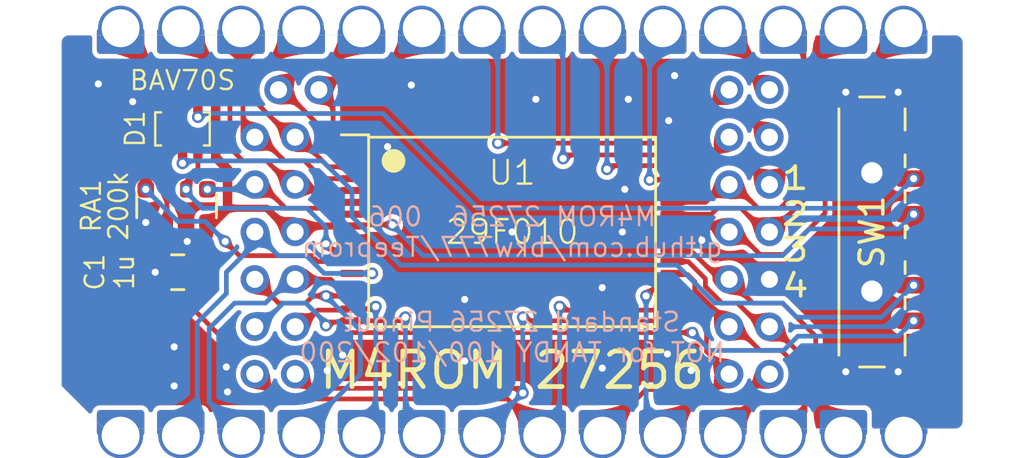
<source format=kicad_pcb>
(kicad_pcb (version 20221018) (generator pcbnew)
  (title_block (title "M4ROM 27256") (date "2023-12-31") (rev "006") (company "Brian White - b.kenyon.w@gmail.com") (comment 1 "CC-BY-SA") (comment 2 "github.com/bkw777/Teeprom") (comment 3 "4-bank ROM for Molex 78805 socket with standard mask rom JEDEC pinout"))
  (layers (0 "F.Cu" signal "Top") (31 "B.Cu" signal "Bottom") (34 "B.Paste" user) (35 "F.Paste" user) (36 "B.SilkS" user "B.Silkscreen") (37 "F.SilkS" user "F.Silkscreen") (38 "B.Mask" user) (39 "F.Mask" user) (44 "Edge.Cuts" user))
  (net 0 "")
  (net 1 "/D3")
  (net 2 "/A10")
  (net 3 "/D4")
  (net 4 "/A7")
  (net 5 "/D5")
  (net 6 "/A6")
  (net 7 "/D6")
  (net 8 "/A5")
  (net 9 "/D7")
  (net 10 "/A4")
  (net 11 "/A11")
  (net 12 "/A3")
  (net 13 "/~{OE}")
  (net 14 "/A2")
  (net 15 "/A13")
  (net 16 "/A1")
  (net 17 "/A0")
  (net 18 "/A12")
  (net 19 "/D0")
  (net 20 "/A9")
  (net 21 "/D1")
  (net 22 "/A8")
  (net 23 "/D2")
  (net 24 "/~{CE}")
  (net 25 "/A14")
  (net 26 "/~{WE}")
  (net 27 "VCC")
  (net 28 "GND")
  (net 29 "/A15")
  (net 30 "/A16")
  (net 31 "/BANK_2")
  (net 33 "/BANK_3")
  (net 34 "/BANK_4")
  (footprint "000_LOCAL:4ROM_prog_female" (layer "F.Cu") (at 147.2184 99.187)
    (fp_text reference "J2" hide)
    (fp_text value "4ROM_prog_female")
  )
  (footprint "000_LOCAL:Molex78802_PCB_28" (layer "F.Cu") (at 147.2184 99.187 90)
    (fp_text reference "J1" hide)
    (fp_text value "32Kx8_mask_rom_socket" hide)
    (fp_line (start -8.3 18.7) (end -8.3 -17.2) (stroke (width 0.01)) (layer "Edge.Cuts"))
    (fp_line (start -8 19) (end 8 19) (stroke (width 0.01)) (layer "Edge.Cuts"))
    (fp_line (start -6.5 -19) (end -8.3 -17.2) (stroke (width 0.01)) (layer "Edge.Cuts"))
    (fp_line (start 8 -19) (end -6.5 -19) (stroke (width 0.01)) (layer "Edge.Cuts"))
    (fp_line (start 8.3 18.7) (end 8.3 -18.7) (stroke (width 0.01)) (layer "Edge.Cuts"))
    (fp_arc (start -8 19) (mid -8.212132 18.912132) (end -8.3 18.7) (stroke (width 0.01)) (layer "Edge.Cuts"))
    (fp_arc (start 8 -19) (mid 8.212132 -18.912132) (end 8.3 -18.7) (stroke (width 0.01)) (layer "Edge.Cuts"))
    (fp_arc (start 8.3 18.7) (mid 8.212132 18.912132) (end 8 19) (stroke (width 0.01)) (layer "Edge.Cuts"))
  )
  (footprint "000_LOCAL:TSOP32-14mm" (layer "F.Cu") (at 147.2184 99.187)
    (fp_text reference "U1")
    (fp_text value "29F010")
  )
  (footprint "000_LOCAL:R_Array_Convex_4x0612" (layer "F.Cu") (at 133.0684 98.087 -90)
    (fp_text reference "RA1")
    (fp_text value "200k")
  )
  (footprint "000_LOCAL:C_0805" (layer "F.Cu") (at 133.1184 100.887 180)
    (fp_text reference "C1")
    (fp_text value "1u")
  )
  (footprint "000_LOCAL:TSSOP-6-symmetric" (layer "F.Cu") (at 133.3184 94.837 -90)
    (fp_text reference "D1")
    (fp_text value "BAV70S")
  )
  (footprint "000_LOCAL:SW_SP4T_CUS-14B - PTH" (layer "F.Cu") (at 162.7184 99.187 -90)
    (fp_text reference "SW1")
    (fp_text value "CUS-14TB")
  )
  (gr_text "${TITLE}  ${REVISION}\n${COMMENT2}" (at 147.2184 99.187) (layer "B.SilkS") (effects (font (size 0.8 0.8) (thickness 0.1)) (justify mirror)))
  (gr_text "Standard 27256 Pinout\nNOT for TANDY 100/102/200\n" (at 147.2184 103.632) (layer "B.SilkS") (effects (font (size 0.8 0.8) (thickness 0.1)) (justify mirror)))
  (gr_text "${TITLE}" (at 147.2184 105.029) (layer "F.SilkS") (effects (font (size 1.5 1.5) (thickness 0.2))))
  (gr_text "1\n2\n3\n4" (at 159.1564 99.187) (layer "F.SilkS") (effects (font (size 0.94 1.2))))
  (segment (start 156.3684 99.187) (end 156.0684 98.887) (width 0.2) (layer "F.Cu") (net 1))
  (segment (start 158.6684 100.137) (end 157.6684 100.137) (width 0.2) (layer "F.Cu") (net 1))
  (segment (start 163.7284 91.1225) (end 163.2829 91.1225) (width 0.2) (layer "F.Cu") (net 1))
  (segment (start 160.4184 92.437) (end 160.4184 98.387) (width 0.2) (layer "F.Cu") (net 1))
  (segment (start 163.2829 91.1225) (end 162.3184 92.087) (width 0.2) (layer "F.Cu") (net 1))
  (segment (start 160.7684 92.087) (end 160.4184 92.437) (width 0.2) (layer "F.Cu") (net 1))
  (segment (start 162.3184 92.087) (end 160.7684 92.087) (width 0.2) (layer "F.Cu") (net 1))
  (segment (start 154.0184 98.887) (end 153.9684 98.937) (width 0.2) (layer "F.Cu") (net 1))
  (segment (start 160.4184 98.387) (end 158.6684 100.137) (width 0.2) (layer "F.Cu") (net 1))
  (segment (start 156.0684 98.887) (end 154.0184 98.887) (width 0.2) (layer "F.Cu") (net 1))
  (segment (start 157.6684 100.137) (end 156.7184 99.187) (width 0.2) (layer "F.Cu") (net 1))
  (segment (start 156.7184 99.187) (end 156.3684 99.187) (width 0.2) (layer "F.Cu") (net 1))
  (segment (start 155.0184 95.462) (end 155.0184 94.437) (width 0.2) (layer "F.Cu") (net 2))
  (segment (start 149.3684 96.087) (end 149.5184 95.937) (width 0.2) (layer "F.Cu") (net 2))
  (segment (start 154.5434 95.937) (end 155.0184 95.462) (width 0.2) (layer "F.Cu") (net 2))
  (segment (start 155.0184 94.437) (end 156.2684 93.187) (width 0.2) (layer "F.Cu") (net 2))
  (segment (start 156.2684 93.187) (end 156.3684 93.187) (width 0.2) (layer "F.Cu") (net 2))
  (segment (start 153.9684 95.937) (end 154.5434 95.937) (width 0.2) (layer "F.Cu") (net 2))
  (segment (start 149.5184 95.937) (end 153.9684 95.937) (width 0.2) (layer "F.Cu") (net 2))
  (via (at 149.3684 96.087) (size 0.5) (drill 0.3) (layers "F.Cu" "B.Cu") (net 2))
  (segment (start 149.3684 91.1225) (end 148.4884 91.1225) (width 0.2) (layer "B.Cu") (net 2))
  (segment (start 149.3684 96.087) (end 149.3684 91.1225) (width 0.2) (layer "B.Cu") (net 2))
  (segment (start 157.8684 99.187) (end 156.8684 98.187) (width 0.2) (layer "F.Cu") (net 3))
  (segment (start 156.8684 98.187) (end 155.8684 98.187) (width 0.2) (layer "F.Cu") (net 3))
  (segment (start 158.0684 99.187) (end 157.8684 99.187) (width 0.2) (layer "F.Cu") (net 3))
  (segment (start 159.9684 97.387) (end 158.1684 99.187) (width 0.2) (layer "F.Cu") (net 3))
  (segment (start 160.7329 91.1225) (end 159.9684 91.887) (width 0.2) (layer "F.Cu") (net 3))
  (segment (start 155.8684 98.187) (end 155.6184 98.437) (width 0.2) (layer "F.Cu") (net 3))
  (segment (start 161.1884 90.5868) (end 161.1884 91.1225) (width 0.2) (layer "F.Cu") (net 3))
  (segment (start 161.1884 91.1225) (end 160.7329 91.1225) (width 0.2) (layer "F.Cu") (net 3))
  (segment (start 155.6184 98.437) (end 153.9684 98.437) (width 0.2) (layer "F.Cu") (net 3))
  (segment (start 159.9684 91.887) (end 159.9684 97.387) (width 0.2) (layer "F.Cu") (net 3))
  (segment (start 158.1684 99.187) (end 158.0684 99.187) (width 0.2) (layer "F.Cu") (net 3))
  (segment (start 140.4684 101.437) (end 140.4184 101.387) (width 0.2) (layer "F.Cu") (net 4))
  (segment (start 139.7684 101.387) (end 139.5684 101.187) (width 0.2) (layer "F.Cu") (net 4))
  (segment (start 140.4184 101.387) (end 139.7684 101.387) (width 0.2) (layer "F.Cu") (net 4))
  (segment (start 139.5684 101.187) (end 138.3684 101.187) (width 0.2) (layer "F.Cu") (net 4))
  (segment (start 136.8184 102.187) (end 137.8184 101.187) (width 0.2) (layer "B.Cu") (net 4))
  (segment (start 135.3329 107.2515) (end 134.4434 106.362) (width 0.2) (layer "B.Cu") (net 4))
  (segment (start 134.4434 103.262) (end 135.5184 102.187) (width 0.2) (layer "B.Cu") (net 4))
  (segment (start 134.4434 106.362) (end 134.4434 103.262) (width 0.2) (layer "B.Cu") (net 4))
  (segment (start 135.5184 102.187) (end 136.8184 102.187) (width 0.2) (layer "B.Cu") (net 4))
  (segment (start 135.7884 107.2515) (end 135.3329 107.2515) (width 0.2) (layer "B.Cu") (net 4))
  (segment (start 137.8184 101.187) (end 138.0684 101.187) (width 0.2) (layer "B.Cu") (net 4))
  (segment (start 155.3684 97.937) (end 153.9684 97.937) (width 0.2) (layer "F.Cu") (net 5))
  (segment (start 159.5184 97.187) (end 159.5184 91.1225) (width 0.2) (layer "F.Cu") (net 5))
  (segment (start 156.3684 97.187) (end 156.1184 97.187) (width 0.2) (layer "F.Cu") (net 5))
  (segment (start 156.1184 97.187) (end 155.3684 97.937) (width 0.2) (layer "F.Cu") (net 5))
  (segment (start 156.3684 97.187) (end 156.5934 97.187) (width 0.2) (layer "F.Cu") (net 5))
  (segment (start 159.5184 91.1225) (end 158.6484 91.1225) (width 0.2) (layer "F.Cu") (net 5))
  (segment (start 156.5934 97.187) (end 157.5934 98.187) (width 0.2) (layer "F.Cu") (net 5))
  (segment (start 157.5934 98.187) (end 158.5184 98.187) (width 0.2) (layer "F.Cu") (net 5))
  (segment (start 158.5184 98.187) (end 159.5184 97.187) (width 0.2) (layer "F.Cu") (net 5))
  (segment (start 137.3684 102.187) (end 136.3684 101.187) (width 0.2) (layer "F.Cu") (net 6))
  (segment (start 139.3684 101.887) (end 138.8184 101.887) (width 0.2) (layer "F.Cu") (net 6))
  (segment (start 138.5184 102.187) (end 137.3684 102.187) (width 0.2) (layer "F.Cu") (net 6))
  (segment (start 138.8184 101.887) (end 138.5184 102.187) (width 0.2) (layer "F.Cu") (net 6))
  (segment (start 140.4184 101.887) (end 140.4684 101.937) (width 0.2) (layer "F.Cu") (net 6))
  (segment (start 139.3684 101.887) (end 140.4184 101.887) (width 0.2) (layer "F.Cu") (net 6))
  (via (at 139.3684 101.887) (size 0.5) (drill 0.3) (layers "F.Cu" "B.Cu") (net 6))
  (segment (start 140.8184 103.337) (end 140.8184 105.187) (width 0.2) (layer "B.Cu") (net 6))
  (segment (start 140.8184 105.187) (end 138.7539 107.2515) (width 0.2) (layer "B.Cu") (net 6))
  (segment (start 139.3684 101.887) (end 140.8184 103.337) (width 0.2) (layer "B.Cu") (net 6))
  (segment (start 138.7539 107.2515) (end 138.3284 107.2515) (width 0.2) (layer "B.Cu") (net 6))
  (segment (start 157.0684 96.187) (end 156.0184 96.187) (width 0.2) (layer "F.Cu") (net 7))
  (segment (start 158.4684 92.137) (end 159.0684 92.737) (width 0.2) (layer "F.Cu") (net 7))
  (segment (start 157.6184 92.137) (end 158.4684 92.137) (width 0.2) (layer "F.Cu") (net 7))
  (segment (start 156.6039 91.1225) (end 157.6184 92.137) (width 0.2) (layer "F.Cu") (net 7))
  (segment (start 154.7684 97.437) (end 153.9684 97.437) (width 0.2) (layer "F.Cu") (net 7))
  (segment (start 156.1084 91.1225) (end 156.6039 91.1225) (width 0.2) (layer "F.Cu") (net 7))
  (segment (start 159.0684 92.737) (end 159.0684 96.187) (width 0.2) (layer "F.Cu") (net 7))
  (segment (start 159.0684 96.187) (end 158.0684 97.187) (width 0.2) (layer "F.Cu") (net 7))
  (segment (start 158.0684 97.187) (end 157.0684 96.187) (width 0.2) (layer "F.Cu") (net 7))
  (segment (start 156.0184 96.187) (end 154.7684 97.437) (width 0.2) (layer "F.Cu") (net 7))
  (segment (start 141.3684 102.437) (end 140.4684 102.437) (width 0.2) (layer "F.Cu") (net 8))
  (segment (start 140.4184 102.487) (end 139.0184 102.487) (width 0.2) (layer "F.Cu") (net 8))
  (segment (start 139.0184 102.487) (end 138.3184 103.187) (width 0.2) (layer "F.Cu") (net 8))
  (segment (start 138.3184 103.187) (end 138.0684 103.187) (width 0.2) (layer "F.Cu") (net 8))
  (segment (start 141.4684 102.337) (end 141.3684 102.437) (width 0.2) (layer "F.Cu") (net 8))
  (segment (start 140.4684 102.437) (end 140.4184 102.487) (width 0.2) (layer "F.Cu") (net 8))
  (via (at 141.4684 102.337) (size 0.5) (drill 0.3) (layers "F.Cu" "B.Cu") (net 8))
  (segment (start 141.4684 107.2515) (end 140.8684 107.2515) (width 0.2) (layer "B.Cu") (net 8))
  (segment (start 141.4684 102.337) (end 141.4684 107.2515) (width 0.2) (layer "B.Cu") (net 8))
  (segment (start 154.6934 96.937) (end 156.3684 95.262) (width 0.2) (layer "F.Cu") (net 9))
  (segment (start 153.9184 96.987) (end 153.9684 96.937) (width 0.2) (layer "F.Cu") (net 9))
  (segment (start 156.3684 95.262) (end 156.3684 95.187) (width 0.2) (layer "F.Cu") (net 9))
  (segment (start 153.0184 96.987) (end 153.9184 96.987) (width 0.2) (layer "F.Cu") (net 9))
  (segment (start 153.9684 96.937) (end 154.6934 96.937) (width 0.2) (layer "F.Cu") (net 9))
  (via (at 153.0184 96.987) (size 0.5) (drill 0.3) (layers "F.Cu" "B.Cu") (net 9))
  (segment (start 153.0184 91.6725) (end 153.5684 91.1225) (width 0.2) (layer "B.Cu") (net 9))
  (segment (start 153.0184 96.987) (end 153.0184 91.6725) (width 0.2) (layer "B.Cu") (net 9))
  (segment (start 142.5684 102.937) (end 142.7184 102.787) (width 0.2) (layer "F.Cu") (net 10))
  (segment (start 140.4684 102.937) (end 142.5684 102.937) (width 0.2) (layer "F.Cu") (net 10))
  (segment (start 139.3684 103.137) (end 139.5184 102.987) (width 0.2) (layer "F.Cu") (net 10))
  (segment (start 139.5184 102.987) (end 140.4184 102.987) (width 0.2) (layer "F.Cu") (net 10))
  (segment (start 140.4184 102.987) (end 140.4684 102.937) (width 0.2) (layer "F.Cu") (net 10))
  (via (at 139.3684 103.137) (size 0.5) (drill 0.3) (layers "F.Cu" "B.Cu") (net 10))
  (via (at 142.7184 102.787) (size 0.5) (drill 0.3) (layers "F.Cu" "B.Cu") (net 10))
  (segment (start 139.3684 103.037) (end 138.5184 102.187) (width 0.2) (layer "B.Cu") (net 10))
  (segment (start 142.7184 102.787) (end 142.7184 107.2515) (width 0.2) (layer "B.Cu") (net 10))
  (segment (start 139.3684 103.137) (end 139.3684 103.037) (width 0.2) (layer "B.Cu") (net 10))
  (segment (start 137.5684 102.187) (end 136.5684 103.187) (width 0.2) (layer "B.Cu") (net 10))
  (segment (start 136.5684 103.187) (end 136.3684 103.187) (width 0.2) (layer "B.Cu") (net 10))
  (segment (start 138.5184 102.187) (end 137.5684 102.187) (width 0.2) (layer "B.Cu") (net 10))
  (segment (start 142.7184 107.2515) (end 143.4084 107.2515) (width 0.2) (layer "B.Cu") (net 10))
  (segment (start 140.4684 95.437) (end 140.1184 95.437) (width 0.2) (layer "F.Cu") (net 11))
  (segment (start 139.6684 93.787) (end 139.0684 93.187) (width 0.2) (layer "F.Cu") (net 11))
  (segment (start 139.0684 93.187) (end 139.3684 93.187) (width 0.2) (layer "F.Cu") (net 11))
  (segment (start 140.4184 92.137) (end 141.9684 92.137) (width 0.2) (layer "F.Cu") (net 11))
  (segment (start 139.3684 93.187) (end 140.4184 92.137) (width 0.2) (layer "F.Cu") (net 11))
  (segment (start 142.9829 91.1225) (end 143.4084 91.1225) (width 0.2) (layer "F.Cu") (net 11))
  (segment (start 141.9684 92.137) (end 142.9829 91.1225) (width 0.2) (layer "F.Cu") (net 11))
  (segment (start 139.6684 94.987) (end 139.6684 93.787) (width 0.2) (layer "F.Cu") (net 11))
  (segment (start 140.1184 95.437) (end 139.6684 94.987) (width 0.2) (layer "F.Cu") (net 11))
  (segment (start 147.6684 102.787) (end 147.8184 102.937) (width 0.2) (layer "F.Cu") (net 12))
  (segment (start 147.6684 105.987) (end 147.4684 105.787) (width 0.2) (layer "F.Cu") (net 12))
  (segment (start 147.4684 105.787) (end 138.6684 105.787) (width 0.2) (layer "F.Cu") (net 12))
  (segment (start 147.8184 102.937) (end 153.9684 102.937) (width 0.2) (layer "F.Cu") (net 12))
  (segment (start 138.6684 105.787) (end 138.0684 105.187) (width 0.2) (layer "F.Cu") (net 12))
  (via (at 147.6684 105.987) (size 0.5) (drill 0.3) (layers "F.Cu" "B.Cu") (net 12))
  (via (at 147.6684 102.787) (size 0.5) (drill 0.3) (layers "F.Cu" "B.Cu") (net 12))
  (segment (start 146.4039 107.2515) (end 145.9484 107.2515) (width 0.2) (layer "B.Cu") (net 12))
  (segment (start 147.6684 102.787) (end 147.6684 105.987) (width 0.2) (layer "B.Cu") (net 12))
  (segment (start 147.6684 105.987) (end 146.4039 107.2515) (width 0.2) (layer "B.Cu") (net 12))
  (segment (start 146.6184 95.437) (end 153.9684 95.437) (width 0.2) (layer "F.Cu") (net 13))
  (segment (start 156.9684 92.237) (end 157.9184 93.187) (width 0.2) (layer "F.Cu") (net 13))
  (segment (start 154.6184 95.162) (end 154.6184 93.512) (width 0.2) (layer "F.Cu") (net 13))
  (segment (start 154.3434 95.437) (end 154.6184 95.162) (width 0.2) (layer "F.Cu") (net 13))
  (segment (start 155.8934 92.237) (end 156.9684 92.237) (width 0.2) (layer "F.Cu") (net 13))
  (segment (start 157.9184 93.187) (end 158.0684 93.187) (width 0.2) (layer "F.Cu") (net 13))
  (segment (start 154.6184 93.512) (end 155.8934 92.237) (width 0.2) (layer "F.Cu") (net 13))
  (segment (start 153.9684 95.437) (end 154.3434 95.437) (width 0.2) (layer "F.Cu") (net 13))
  (via (at 146.6184 95.437) (size 0.5) (drill 0.3) (layers "F.Cu" "B.Cu") (net 13))
  (segment (start 146.6184 95.437) (end 146.6184 91.2568) (width 0.2) (layer "B.Cu") (net 13))
  (segment (start 146.4841 91.1225) (end 145.9484 91.1225) (width 0.2) (layer "B.Cu") (net 13))
  (segment (start 146.6184 91.2568) (end 146.4841 91.1225) (width 0.2) (layer "B.Cu") (net 13))
  (segment (start 153.9184 102.487) (end 153.9684 102.437) (width 0.2) (layer "F.Cu") (net 14))
  (segment (start 148.0329 107.2515) (end 147.0184 106.237) (width 0.2) (layer "F.Cu") (net 14))
  (segment (start 147.0184 106.237) (end 137.4184 106.237) (width 0.2) (layer "F.Cu") (net 14))
  (segment (start 149.2184 102.337) (end 149.3684 102.487) (width 0.2) (layer "F.Cu") (net 14))
  (segment (start 137.4184 106.237) (end 136.3684 105.187) (width 0.2) (layer "F.Cu") (net 14))
  (segment (start 148.4884 107.2515) (end 148.0329 107.2515) (width 0.2) (layer "F.Cu") (net 14))
  (segment (start 149.3684 102.487) (end 153.9184 102.487) (width 0.2) (layer "F.Cu") (net 14))
  (via (at 149.2184 102.337) (size 0.5) (drill 0.3) (layers "F.Cu" "B.Cu") (net 14))
  (segment (start 149.2184 107.2515) (end 148.4884 107.2515) (width 0.2) (layer "B.Cu") (net 14))
  (segment (start 149.2184 102.337) (end 149.2184 107.2515) (width 0.2) (layer "B.Cu") (net 14))
  (segment (start 135.8684 91.2025) (end 135.7884 91.1225) (width 0.2) (layer "F.Cu") (net 15))
  (segment (start 140.4684 96.937) (end 139.2184 96.937) (width 0.2) (layer "F.Cu") (net 15))
  (segment (start 136.6184 95.187) (end 136.3684 95.187) (width 0.2) (layer "F.Cu") (net 15))
  (segment (start 139.2184 96.937) (end 138.4684 96.187) (width 0.2) (layer "F.Cu") (net 15))
  (segment (start 137.6184 96.187) (end 136.6184 95.187) (width 0.2) (layer "F.Cu") (net 15))
  (segment (start 135.8684 94.687) (end 135.8684 91.2025) (width 0.2) (layer "F.Cu") (net 15))
  (segment (start 138.4684 96.187) (end 137.6184 96.187) (width 0.2) (layer "F.Cu") (net 15))
  (segment (start 136.3684 95.187) (end 135.8684 94.687) (width 0.2) (layer "F.Cu") (net 15))
  (segment (start 155.4184 102.787) (end 155.4184 104.237) (width 0.2) (layer "F.Cu") (net 16))
  (segment (start 153.9684 101.937) (end 154.0184 101.987) (width 0.2) (layer "F.Cu") (net 16))
  (segment (start 155.4184 104.237) (end 156.3684 105.187) (width 0.2) (layer "F.Cu") (net 16))
  (segment (start 151.0284 107.2515) (end 151.4539 107.2515) (width 0.2) (layer "F.Cu") (net 16))
  (segment (start 154.0184 101.987) (end 154.6184 101.987) (width 0.2) (layer "F.Cu") (net 16))
  (segment (start 152.8684 105.837) (end 155.7184 105.837) (width 0.2) (layer "F.Cu") (net 16))
  (segment (start 154.6184 101.987) (end 155.4184 102.787) (width 0.2) (layer "F.Cu") (net 16))
  (segment (start 155.7184 105.837) (end 156.3684 105.187) (width 0.2) (layer "F.Cu") (net 16))
  (segment (start 151.4539 107.2515) (end 152.8684 105.837) (width 0.2) (layer "F.Cu") (net 16))
  (segment (start 154.0039 107.2515) (end 154.9684 106.287) (width 0.2) (layer "F.Cu") (net 17))
  (segment (start 154.9684 106.287) (end 156.7684 106.287) (width 0.2) (layer "F.Cu") (net 17))
  (segment (start 156.7684 106.287) (end 157.8684 105.187) (width 0.2) (layer "F.Cu") (net 17))
  (segment (start 157.8684 105.187) (end 158.0684 105.187) (width 0.2) (layer "F.Cu") (net 17))
  (segment (start 153.5684 107.2515) (end 154.0039 107.2515) (width 0.2) (layer "F.Cu") (net 17))
  (segment (start 152.8684 101.887) (end 153.3184 101.437) (width 0.2) (layer "F.Cu") (net 17))
  (segment (start 153.3184 101.437) (end 153.9684 101.437) (width 0.2) (layer "F.Cu") (net 17))
  (via (at 152.8684 101.887) (size 0.5) (drill 0.3) (layers "F.Cu" "B.Cu") (net 17))
  (segment (start 152.8684 101.887) (end 152.8684 107.2515) (width 0.2) (layer "B.Cu") (net 17))
  (segment (start 152.8684 107.2515) (end 153.5684 107.2515) (width 0.2) (layer "B.Cu") (net 17))
  (segment (start 140.4684 100.937) (end 141.3184 100.937) (width 0.2) (layer "F.Cu") (net 18))
  (via (at 141.3184 100.937) (size 0.5) (drill 0.3) (layers "F.Cu" "B.Cu") (net 18))
  (segment (start 133.2484 107.2515) (end 133.9434 107.2515) (width 0.2) (layer "B.Cu") (net 18))
  (segment (start 136.3684 99.187) (end 137.3684 100.187) (width 0.2) (layer "B.Cu") (net 18))
  (segment (start 135.1684 100.887) (end 136.3684 99.687) (width 0.2) (layer "B.Cu") (net 18))
  (segment (start 136.3684 99.687) (end 136.3684 99.187) (width 0.2) (layer "B.Cu") (net 18))
  (segment (start 138.5434 100.187) (end 139.2934 100.937) (width 0.2) (layer "B.Cu") (net 18))
  (segment (start 139.2934 100.937) (end 141.3184 100.937) (width 0.2) (layer "B.Cu") (net 18))
  (segment (start 135.1684 101.787) (end 135.1684 100.887) (width 0.2) (layer "B.Cu") (net 18))
  (segment (start 133.9434 107.2515) (end 133.9434 103.012) (width 0.2) (layer "B.Cu") (net 18))
  (segment (start 137.3684 100.187) (end 138.5434 100.187) (width 0.2) (layer "B.Cu") (net 18))
  (segment (start 133.9434 103.012) (end 135.1684 101.787) (width 0.2) (layer "B.Cu") (net 18))
  (segment (start 156.1084 107.2515) (end 156.5539 107.2515) (width 0.2) (layer "F.Cu") (net 19))
  (segment (start 156.3684 103.087) (end 154.9184 101.637) (width 0.2) (layer "F.Cu") (net 19))
  (segment (start 158.5184 106.237) (end 159.1184 105.637) (width 0.2) (layer "F.Cu") (net 19))
  (segment (start 154.9184 101.637) (end 154.9184 101.287) (width 0.2) (layer "F.Cu") (net 19))
  (segment (start 157.6684 104.187) (end 156.6684 103.187) (width 0.2) (layer "F.Cu") (net 19))
  (segment (start 157.5684 106.237) (end 158.5184 106.237) (width 0.2) (layer "F.Cu") (net 19))
  (segment (start 154.9184 101.287) (end 154.6184 100.987) (width 0.2) (layer "F.Cu") (net 19))
  (segment (start 154.6184 100.987) (end 154.0184 100.987) (width 0.2) (layer "F.Cu") (net 19))
  (segment (start 159.1184 105.637) (end 159.1184 104.737) (width 0.2) (layer "F.Cu") (net 19))
  (segment (start 154.0184 100.987) (end 153.9684 100.937) (width 0.2) (layer "F.Cu") (net 19))
  (segment (start 156.3684 103.187) (end 156.3684 103.087) (width 0.2) (layer "F.Cu") (net 19))
  (segment (start 158.5684 104.187) (end 157.6684 104.187) (width 0.2) (layer "F.Cu") (net 19))
  (segment (start 156.5539 107.2515) (end 157.5684 106.237) (width 0.2) (layer "F.Cu") (net 19))
  (segment (start 159.1184 104.737) (end 158.5684 104.187) (width 0.2) (layer "F.Cu") (net 19))
  (segment (start 156.6684 103.187) (end 156.3684 103.187) (width 0.2) (layer "F.Cu") (net 19))
  (segment (start 137.5684 93.187) (end 137.3684 93.187) (width 0.2) (layer "F.Cu") (net 20))
  (segment (start 139.7184 95.937) (end 139.1184 95.337) (width 0.2) (layer "F.Cu") (net 20))
  (segment (start 137.3684 93.187) (end 138.4184 92.137) (width 0.2) (layer "F.Cu") (net 20))
  (segment (start 140.4329 91.1225) (end 140.8684 91.1225) (width 0.2) (layer "F.Cu") (net 20))
  (segment (start 138.4184 92.137) (end 139.4184 92.137) (width 0.2) (layer "F.Cu") (net 20))
  (segment (start 139.1184 95.337) (end 139.1184 94.737) (width 0.2) (layer "F.Cu") (net 20))
  (segment (start 140.4684 95.937) (end 139.7184 95.937) (width 0.2) (layer "F.Cu") (net 20))
  (segment (start 139.4184 92.137) (end 140.4329 91.1225) (width 0.2) (layer "F.Cu") (net 20))
  (segment (start 139.1184 94.737) (end 137.5684 93.187) (width 0.2) (layer "F.Cu") (net 20))
  (segment (start 157.7184 103.187) (end 158.0684 103.187) (width 0.2) (layer "F.Cu") (net 21))
  (segment (start 156.7184 102.187) (end 157.7184 103.187) (width 0.2) (layer "F.Cu") (net 21))
  (segment (start 156.0684 102.187) (end 156.7184 102.187) (width 0.2) (layer "F.Cu") (net 21))
  (segment (start 158.0684 103.187) (end 158.2184 103.187) (width 0.2) (layer "F.Cu") (net 21))
  (segment (start 155.3684 101.162) (end 155.3684 101.487) (width 0.2) (layer "F.Cu") (net 21))
  (segment (start 159.5684 106.787) (end 159.1039 107.2515) (width 0.2) (layer "F.Cu") (net 21))
  (segment (start 159.5684 104.537) (end 159.5684 106.787) (width 0.2) (layer "F.Cu") (net 21))
  (segment (start 155.3684 101.487) (end 156.0684 102.187) (width 0.2) (layer "F.Cu") (net 21))
  (segment (start 159.1039 107.2515) (end 158.6484 107.2515) (width 0.2) (layer "F.Cu") (net 21))
  (segment (start 158.2184 103.187) (end 159.5684 104.537) (width 0.2) (layer "F.Cu") (net 21))
  (segment (start 153.9684 100.437) (end 154.6434 100.437) (width 0.2) (layer "F.Cu") (net 21))
  (segment (start 154.6434 100.437) (end 155.3684 101.162) (width 0.2) (layer "F.Cu") (net 21))
  (segment (start 136.3684 92.637) (end 137.8829 91.1225) (width 0.2) (layer "F.Cu") (net 22))
  (segment (start 138.2184 95.187) (end 138.0684 95.187) (width 0.2) (layer "F.Cu") (net 22))
  (segment (start 137.8829 91.1225) (end 138.3284 91.1225) (width 0.2) (layer "F.Cu") (net 22))
  (segment (start 140.4684 96.437) (end 139.4684 96.437) (width 0.2) (layer "F.Cu") (net 22))
  (segment (start 137.8934 95.187) (end 136.3684 93.662) (width 0.2) (layer "F.Cu") (net 22))
  (segment (start 136.3684 93.662) (end 136.3684 92.637) (width 0.2) (layer "F.Cu") (net 22))
  (segment (start 138.0684 95.187) (end 137.8934 95.187) (width 0.2) (layer "F.Cu") (net 22))
  (segment (start 139.4684 96.437) (end 138.2184 95.187) (width 0.2) (layer "F.Cu") (net 22))
  (segment (start 155.9684 101.187) (end 156.3684 101.187) (width 0.2) (layer "F.Cu") (net 23))
  (segment (start 160.7329 107.2515) (end 161.1884 107.2515) (width 0.2) (layer "F.Cu") (net 23))
  (segment (start 154.7684 99.987) (end 155.9684 101.187) (width 0.2) (layer "F.Cu") (net 23))
  (segment (start 153.9684 99.937) (end 154.0184 99.987) (width 0.2) (layer "F.Cu") (net 23))
  (segment (start 160.0184 103.587) (end 160.0184 106.537) (width 0.2) (layer "F.Cu") (net 23))
  (segment (start 158.6184 102.187) (end 160.0184 103.587) (width 0.2) (layer "F.Cu") (net 23))
  (segment (start 157.3684 102.187) (end 158.6184 102.187) (width 0.2) (layer "F.Cu") (net 23))
  (segment (start 154.0184 99.987) (end 154.7684 99.987) (width 0.2) (layer "F.Cu") (net 23))
  (segment (start 160.0184 106.537) (end 160.7329 107.2515) (width 0.2) (layer "F.Cu") (net 23))
  (segment (start 156.3684 101.187) (end 157.3684 102.187) (width 0.2) (layer "F.Cu") (net 23))
  (segment (start 153.9684 96.437) (end 154.6184 96.437) (width 0.2) (layer "F.Cu") (net 24))
  (segment (start 157.0684 94.187) (end 158.0684 95.187) (width 0.2) (layer "F.Cu") (net 24))
  (segment (start 155.4184 95.637) (end 155.4184 94.712) (width 0.2) (layer "F.Cu") (net 24))
  (segment (start 151.2184 96.537) (end 151.3684 96.387) (width 0.2) (layer "F.Cu") (net 24))
  (segment (start 151.3684 96.387) (end 153.9184 96.387) (width 0.2) (layer "F.Cu") (net 24))
  (segment (start 155.9434 94.187) (end 157.0684 94.187) (width 0.2) (layer "F.Cu") (net 24))
  (segment (start 153.9184 96.387) (end 153.9684 96.437) (width 0.2) (layer "F.Cu") (net 24))
  (segment (start 155.4184 94.712) (end 155.9434 94.187) (width 0.2) (layer "F.Cu") (net 24))
  (segment (start 154.6184 96.437) (end 155.4184 95.637) (width 0.2) (layer "F.Cu") (net 24))
  (via (at 151.2184 96.537) (size 0.5) (drill 0.3) (layers "F.Cu" "B.Cu") (net 24))
  (segment (start 151.2184 91.3125) (end 151.0284 91.1225) (width 0.2) (layer "B.Cu") (net 24))
  (segment (start 151.2184 96.537) (end 151.2184 91.3125) (width 0.2) (layer "B.Cu") (net 24))
  (segment (start 140.4684 97.437) (end 138.3184 97.437) (width 0.2) (layer "F.Cu") (net 25))
  (segment (start 138.0684 97.187) (end 137.8684 97.187) (width 0.2) (layer "F.Cu") (net 25))
  (segment (start 138.3184 97.437) (end 138.0684 97.187) (width 0.2) (layer "F.Cu") (net 25))
  (segment (start 135.3184 92.737) (end 133.7039 91.1225) (width 0.2) (layer "F.Cu") (net 25))
  (segment (start 135.3184 95.637) (end 135.3184 92.737) (width 0.2) (layer "F.Cu") (net 25))
  (segment (start 137.8684 97.187) (end 136.8684 96.187) (width 0.2) (layer "F.Cu") (net 25))
  (segment (start 133.7039 91.1225) (end 133.2484 91.1225) (width 0.2) (layer "F.Cu") (net 25))
  (segment (start 136.8684 96.187) (end 135.8684 96.187) (width 0.2) (layer "F.Cu") (net 25))
  (segment (start 135.8684 96.187) (end 135.3184 95.637) (width 0.2) (layer "F.Cu") (net 25))
  (segment (start 137.6684 98.187) (end 136.6684 97.187) (width 0.2) (layer "F.Cu") (net 26))
  (segment (start 139.2434 98.187) (end 137.6684 98.187) (width 0.2) (layer "F.Cu") (net 26))
  (segment (start 140.4684 98.437) (end 139.4934 98.437) (width 0.2) (layer "F.Cu") (net 26))
  (segment (start 136.6684 97.187) (end 136.3684 97.187) (width 0.2) (layer "F.Cu") (net 26))
  (segment (start 139.4934 98.437) (end 139.2434 98.187) (width 0.2) (layer "F.Cu") (net 26))
  (via (at 134.3684 97.387) (size 0.5) (drill 0.3) (layers "F.Cu" "B.Cu") (net 26))
  (segment (start 136.1684 97.387) (end 134.3684 97.387) (width 0.2) (layer "B.Cu") (net 26))
  (segment (start 136.3684 97.187) (end 136.1684 97.387) (width 0.2) (layer "B.Cu") (net 26))
  (segment (start 134.3684 100.587) (end 134.0684 100.887) (width 0.4) (layer "F.Cu") (net 27))
  (segment (start 140.4684 98.937) (end 138.3184 98.937) (width 0.3) (layer "F.Cu") (net 27))
  (segment (start 134.3684 98.787) (end 134.3684 100.587) (width 0.4) (layer "F.Cu") (net 27))
  (segment (start 135.2184 98.187) (end 136.8684 98.187) (width 0.3) (layer "F.Cu") (net 27))
  (segment (start 135.2184 96.537) (end 134.7184 96.037) (width 0.4) (layer "F.Cu") (net 27))
  (segment (start 138.3184 98.937) (end 138.0684 99.187) (width 0.3) (layer "F.Cu") (net 27))
  (segment (start 134.3684 98.787) (end 134.6184 98.787) (width 0.4) (layer "F.Cu") (net 27))
  (segment (start 142.1684 98.887) (end 140.5184 98.887) (width 0.2) (layer "F.Cu") (net 27))
  (segment (start 132.1184 92.337) (end 130.9039 91.1225) (width 0.4) (layer "F.Cu") (net 27))
  (segment (start 130.9039 91.1225) (end 130.7084 91.1225) (width 0.4) (layer "F.Cu") (net 27))
  (segment (start 137.8684 99.187) (end 138.0684 99.187) (width 0.3) (layer "F.Cu") (net 27))
  (segment (start 140.5184 98.887) (end 140.4684 98.937) (width 0.2) (layer "F.Cu") (net 27))
  (segment (start 134.6184 98.787) (end 135.2184 98.187) (width 0.4) (layer "F.Cu") (net 27))
  (segment (start 134.7184 96.037) (end 134.7184 93.187) (width 0.4) (layer "F.Cu") (net 27))
  (segment (start 164.1484 98.437) (end 164.1484 99.937) (width 0.2) (layer "F.Cu") (net 27))
  (segment (start 136.8684 98.187) (end 137.8684 99.187) (width 0.3) (layer "F.Cu") (net 27))
  (segment (start 133.8684 92.337) (end 132.1184 92.337) (width 0.4) (layer "F.Cu") (net 27))
  (segment (start 135.2184 98.187) (end 135.2184 96.537) (width 0.4) (layer "F.Cu") (net 27))
  (segment (start 134.7184 93.187) (end 133.8684 92.337) (width 0.4) (layer "F.Cu") (net 27))
  (via (at 142.1684 98.887) (size 0.5) (drill 0.3) (layers "F.Cu" "B.Cu") (net 27))
  (via (at 164.1484 98.437) (size 0.5) (drill 0.3) (layers "F.Cu" "B.Cu") (net 27))
  (segment (start 159.7454 99.06) (end 158.6184 100.187) (width 0.2) (layer "B.Cu") (net 27))
  (segment (start 164.1484 98.437) (end 163.5254 99.06) (width 0.2) (layer "B.Cu") (net 27))
  (segment (start 158.6184 100.187) (end 143.4684 100.187) (width 0.2) (layer "B.Cu") (net 27))
  (segment (start 143.4684 100.187) (end 142.1684 98.887) (width 0.2) (layer "B.Cu") (net 27))
  (segment (start 163.5254 99.06) (end 159.7454 99.06) (width 0.2) (layer "B.Cu") (net 27))
  (via (at 141.9684 95.587) (size 0.5) (drill 0.3) (layers "F.Cu" "B.Cu") (net 28))
  (via (at 152.1184 93.587) (size 0.5) (drill 0.3) (layers "F.Cu" "B.Cu") (net 28))
  (via (at 155.2184 99.537) (size 0.5) (drill 0.3) (layers "F.Cu" "B.Cu") (net 28))
  (via (at 153.8184 94.487) (size 0.5) (drill 0.3) (layers "F.Cu" "B.Cu") (net 28))
  (via (at 148.2184 93.587) (size 0.5) (drill 0.3) (layers "F.Cu" "B.Cu") (net 28))
  (via (at 163.4984 105.087) (size 0.5) (drill 0.3) (layers "F.Cu" "B.Cu") (net 28))
  (via (at 151.0184 104.937) (size 0.5) (drill 0.3) (layers "F.Cu" "B.Cu") (net 28))
  (via (at 135.1684 104.887) (size 0.5) (drill 0.3) (layers "F.Cu" "B.Cu") (net 28))
  (via (at 135.2184 105.937) (size 0.5) (drill 0.3) (layers "F.Cu" "B.Cu") (net 28))
  (via (at 154.7684 105.037) (size 0.5) (drill 0.3) (layers "F.Cu" "B.Cu") (net 28))
  (via (at 132.9684 104.037) (size 0.5) (drill 0.3) (layers "F.Cu" "B.Cu") (net 28))
  (via (at 139.4184 105.037) (size 0.5) (drill 0.3) (layers "F.Cu" "B.Cu") (net 28))
  (via (at 145.2184 104.637) (size 0.5) (drill 0.3) (layers "F.Cu" "B.Cu") (net 28))
  (via (at 131.2184 93.687) (size 0.5) (drill 0.3) (layers "F.Cu" "B.Cu") (net 28))
  (via (at 151.8684 99.187) (size 0.5) (drill 0.3) (layers "F.Cu" "B.Cu") (net 28))
  (via (at 154.0684 92.587) (size 0.5) (drill 0.3) (layers "F.Cu" "B.Cu") (net 28))
  (via (at 163.4984 93.287) (size 0.5) (drill 0.3) (layers "F.Cu" "B.Cu") (net 28))
  (via (at 133.5184 99.587) (size 0.5) (drill 0.3) (layers "F.Cu" "B.Cu") (net 28))
  (via (at 153.7684 104.337) (size 0.5) (drill 0.3) (layers "F.Cu" "B.Cu") (net 28))
  (via (at 132.1684 100.887) (size 0.5) (drill 0.3) (layers "F.Cu" "B.Cu") (net 28))
  (via (at 131.7684 98.787) (size 0.5) (drill 0.3) (layers "F.Cu" "B.Cu") (net 28))
  (via (at 145.2184 102.037) (size 0.5) (drill 0.3) (layers "F.Cu" "B.Cu") (net 28))
  (via (at 142.9684 92.987) (size 0.5) (drill 0.3) (layers "F.Cu" "B.Cu") (net 28))
  (via (at 140.0684 104.387) (size 0.5) (drill 0.3) (layers "F.Cu" "B.Cu") (net 28))
  (via (at 147.2184 99.187) (size 0.5) (drill 0.3) (layers "F.Cu" "B.Cu") (net 28))
  (via (at 161.2884 105.087) (size 0.5) (drill 0.3) (layers "F.Cu" "B.Cu") (net 28))
  (via (at 132.9684 105.687) (size 0.5) (drill 0.3) (layers "F.Cu" "B.Cu") (net 28))
  (via (at 151.0184 101.537) (size 0.5) (drill 0.3) (layers "F.Cu" "B.Cu") (net 28))
  (via (at 151.9684 97.387) (size 0.5) (drill 0.3) (layers "F.Cu" "B.Cu") (net 28))
  (via (at 161.2884 93.287) (size 0.5) (drill 0.3) (layers "F.Cu" "B.Cu") (net 28))
  (via (at 129.7684 92.937) (size 0.5) (drill 0.3) (layers "F.Cu" "B.Cu") (net 28))
  (segment (start 139.6184 99.937) (end 140.4684 99.937) (width 0.2) (layer "F.Cu") (net 29))
  (segment (start 133.6184 97.237) (end 133.6184 96.912) (width 0.2) (layer "F.Cu") (net 29))
  (segment (start 133.6184 96.912) (end 133.9684 96.562) (width 0.2) (layer "F.Cu") (net 29))
  (segment (start 133.9684 96.562) (end 133.9684 95.787) (width 0.2) (layer "F.Cu") (net 29))
  (segment (start 133.4684 97.387) (end 133.6184 97.237) (width 0.2) (layer "F.Cu") (net 29))
  (segment (start 139.3684 99.687) (end 139.6184 99.937) (width 0.2) (layer "F.Cu") (net 29))
  (via (at 133.4684 97.387) (size 0.5) (drill 0.3) (layers "F.Cu" "B.Cu") (net 29))
  (via (at 139.3684 99.687) (size 0.5) (drill 0.3) (layers "F.Cu" "B.Cu") (net 29))
  (segment (start 133.4684 97.387) (end 133.4684 97.487) (width 0.2) (layer "B.Cu") (net 29))
  (segment (start 134.1684 98.187) (end 138.5684 98.187) (width 0.2) (layer "B.Cu") (net 29))
  (segment (start 138.5684 98.187) (end 139.3684 98.987) (width 0.2) (layer "B.Cu") (net 29))
  (segment (start 133.4684 97.487) (end 134.1684 98.187) (width 0.2) (layer "B.Cu") (net 29))
  (segment (start 139.3684 98.987) (end 139.3684 99.687) (width 0.2) (layer "B.Cu") (net 29))
  (segment (start 132.6684 94.037) (end 132.6684 93.887) (width 0.2) (layer "F.Cu") (net 30))
  (segment (start 135.1184 99.587) (end 135.7184 100.187) (width 0.2) (layer "F.Cu") (net 30))
  (segment (start 135.7184 100.187) (end 138.7684 100.187) (width 0.2) (layer "F.Cu") (net 30))
  (segment (start 138.7684 100.187) (end 139.0184 100.437) (width 0.2) (layer "F.Cu") (net 30))
  (segment (start 131.7684 94.937) (end 132.6684 94.037) (width 0.2) (layer "F.Cu") (net 30))
  (segment (start 139.0184 100.437) (end 140.4684 100.437) (width 0.2) (layer "F.Cu") (net 30))
  (segment (start 131.7684 97.387) (end 131.7684 94.937) (width 0.2) (layer "F.Cu") (net 30))
  (via (at 131.7684 97.387) (size 0.5) (drill 0.3) (layers "F.Cu" "B.Cu") (net 30))
  (via (at 135.1184 99.587) (size 0.5) (drill 0.3) (layers "F.Cu" "B.Cu") (net 30))
  (segment (start 131.7684 97.387) (end 133.1184 98.737) (width 0.2) (layer "B.Cu") (net 30))
  (segment (start 134.2684 98.737) (end 135.1184 99.587) (width 0.2) (layer "B.Cu") (net 30))
  (segment (start 133.1184 98.737) (end 134.2684 98.737) (width 0.2) (layer "B.Cu") (net 30))
  (segment (start 133.9684 94.337) (end 133.9684 93.887) (width 0.2) (layer "F.Cu") (net 31))
  (via (at 133.9684 94.337) (size 0.5) (drill 0.3) (layers "F.Cu" "B.Cu") (net 31))
  (via (at 164.1484 96.937) (size 0.5) (drill 0.3) (layers "F.Cu" "B.Cu") (net 31))
  (segment (start 133.9684 94.337) (end 134.1184 94.187) (width 0.2) (layer "B.Cu") (net 31))
  (segment (start 141.7684 94.187) (end 145.7684 98.187) (width 0.2) (layer "B.Cu") (net 31))
  (segment (start 162.8984 98.187) (end 164.1484 96.937) (width 0.2) (layer "B.Cu") (net 31))
  (segment (start 145.7684 98.187) (end 162.8984 98.187) (width 0.2) (layer "B.Cu") (net 31))
  (segment (start 134.1184 94.187) (end 141.7684 94.187) (width 0.2) (layer "B.Cu") (net 31))
  (segment (start 133.3184 95.787) (end 133.3184 96.287) (width 0.2) (layer "F.Cu") (net 33))
  (segment (start 133.3184 93.887) (end 133.3184 96.287) (width 0.2) (layer "F.Cu") (net 33))
  (via (at 164.1484 101.437) (size 0.5) (drill 0.3) (layers "F.Cu" "B.Cu") (net 33))
  (via (at 133.3184 96.287) (size 0.5) (drill 0.3) (layers "F.Cu" "B.Cu") (net 33))
  (segment (start 142.5184 100.587) (end 154.1684 100.587) (width 0.2) (layer "B.Cu") (net 33))
  (segment (start 154.1684 100.587) (end 155.7684 102.187) (width 0.2) (layer "B.Cu") (net 33))
  (segment (start 162.7984 102.787) (end 164.1484 101.437) (width 0.2) (layer "B.Cu") (net 33))
  (segment (start 155.7684 102.187) (end 158.6184 102.187) (width 0.2) (layer "B.Cu") (net 33))
  (segment (start 140.4684 98.537) (end 142.5184 100.587) (width 0.2) (layer "B.Cu") (net 33))
  (segment (start 159.2184 102.787) (end 162.7984 102.787) (width 0.2) (layer "B.Cu") (net 33))
  (segment (start 133.3184 96.287) (end 133.4184 96.187) (width 0.2) (layer "B.Cu") (net 33))
  (segment (start 140.4684 97.437) (end 140.4684 98.537) (width 0.2) (layer "B.Cu") (net 33))
  (segment (start 139.2184 96.187) (end 140.4684 97.437) (width 0.2) (layer "B.Cu") (net 33))
  (segment (start 158.6184 102.187) (end 159.2184 102.787) (width 0.2) (layer "B.Cu") (net 33))
  (segment (start 133.4184 96.187) (end 139.2184 96.187) (width 0.2) (layer "B.Cu") (net 33))
  (segment (start 133.1184 100.137) (end 132.6684 99.687) (width 0.2) (layer "F.Cu") (net 34))
  (segment (start 132.6684 97.387) (end 132.6684 95.787) (width 0.2) (layer "F.Cu") (net 34))
  (segment (start 135.5184 104.187) (end 133.1184 101.787) (width 0.2) (layer "F.Cu") (net 34))
  (segment (start 139.9559 103.437) (end 139.2059 104.187) (width 0.2) (layer "F.Cu") (net 34))
  (segment (start 139.2059 104.187) (end 135.5184 104.187) (width 0.2) (layer "F.Cu") (net 34))
  (segment (start 133.1184 101.787) (end 133.1184 100.137) (width 0.2) (layer "F.Cu") (net 34))
  (segment (start 132.6684 98.787) (end 132.6684 97.387) (width 0.2) (layer "F.Cu") (net 34))
  (segment (start 132.6684 99.687) (end 132.6684 98.787) (width 0.2) (layer "F.Cu") (net 34))
  (segment (start 154.8184 103.437) (end 139.9559 103.437) (width 0.2) (layer "F.Cu") (net 34))
  (via (at 154.8184 103.437) (size 0.5) (drill 0.3) (layers "F.Cu" "B.Cu") (net 34))
  (via (at 164.1484 102.937) (size 0.5) (drill 0.3) (layers "F.Cu" "B.Cu") (net 34))
  (segment (start 155.5684 104.187) (end 158.6684 104.187) (width 0.2) (layer "B.Cu") (net 34))
  (segment (start 158.6684 104.187) (end 159.2684 103.587) (width 0.2) (layer "B.Cu") (net 34))
  (segment (start 163.4984 103.587) (end 164.1484 102.937) (width 0.2) (layer "B.Cu") (net 34))
  (segment (start 154.8184 103.437) (end 155.5684 104.187) (width 0.2) (layer "B.Cu") (net 34))
  (segment (start 159.2684 103.587) (end 163.4984 103.587) (width 0.2) (layer "B.Cu") (net 34))
  (zone (net 28) (net_name "GND") (layer "F.Cu") (connect_pads yes (clearance 0.2)) (min_thickness 0.18) (fill yes (thermal_gap 0.2) (thermal_bridge_width 0.3) (smoothing fillet) (radius 0.1))
    (polygon (pts (xy 166.2184 90.887) (xy 166.2184 107.487) (xy 128.2184 107.487) (xy 128.2184 90.887)))
  )
  (zone (net 28) (net_name "GND") (layer "B.Cu") (connect_pads yes (clearance 0.2)) (min_thickness 0.18) (fill yes (thermal_gap 0.2) (thermal_bridge_width 0.3) (smoothing fillet) (radius 0.1))
    (polygon (pts (xy 166.2184 90.887) (xy 166.2184 107.487) (xy 128.2184 107.487) (xy 128.2184 90.887)))
  )
)
</source>
